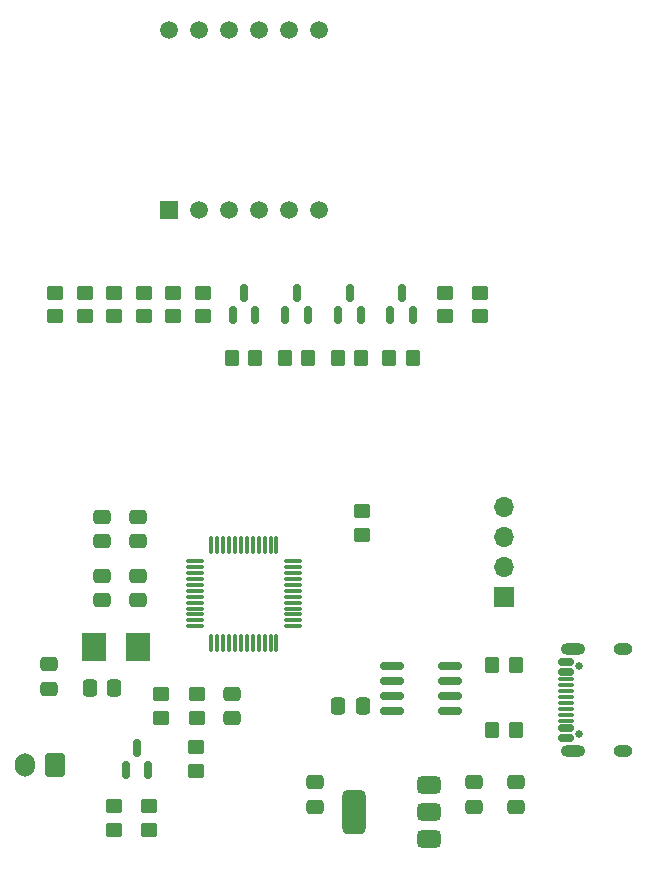
<source format=gbr>
%TF.GenerationSoftware,KiCad,Pcbnew,8.0.3*%
%TF.CreationDate,2024-07-19T12:36:33+08:00*%
%TF.ProjectId,NTC,4e54432e-6b69-4636-9164-5f7063625858,rev?*%
%TF.SameCoordinates,Original*%
%TF.FileFunction,Soldermask,Top*%
%TF.FilePolarity,Negative*%
%FSLAX45Y45*%
G04 Gerber Fmt 4.5, Leading zero omitted, Abs format (unit mm)*
G04 Created by KiCad (PCBNEW 8.0.3) date 2024-07-19 12:36:33*
%MOMM*%
%LPD*%
G01*
G04 APERTURE LIST*
G04 Aperture macros list*
%AMRoundRect*
0 Rectangle with rounded corners*
0 $1 Rounding radius*
0 $2 $3 $4 $5 $6 $7 $8 $9 X,Y pos of 4 corners*
0 Add a 4 corners polygon primitive as box body*
4,1,4,$2,$3,$4,$5,$6,$7,$8,$9,$2,$3,0*
0 Add four circle primitives for the rounded corners*
1,1,$1+$1,$2,$3*
1,1,$1+$1,$4,$5*
1,1,$1+$1,$6,$7*
1,1,$1+$1,$8,$9*
0 Add four rect primitives between the rounded corners*
20,1,$1+$1,$2,$3,$4,$5,0*
20,1,$1+$1,$4,$5,$6,$7,0*
20,1,$1+$1,$6,$7,$8,$9,0*
20,1,$1+$1,$8,$9,$2,$3,0*%
G04 Aperture macros list end*
%ADD10RoundRect,0.250000X-0.475000X0.337500X-0.475000X-0.337500X0.475000X-0.337500X0.475000X0.337500X0*%
%ADD11RoundRect,0.250000X0.450000X-0.350000X0.450000X0.350000X-0.450000X0.350000X-0.450000X-0.350000X0*%
%ADD12RoundRect,0.250000X0.475000X-0.337500X0.475000X0.337500X-0.475000X0.337500X-0.475000X-0.337500X0*%
%ADD13R,1.700000X1.700000*%
%ADD14O,1.700000X1.700000*%
%ADD15RoundRect,0.150000X0.150000X-0.587500X0.150000X0.587500X-0.150000X0.587500X-0.150000X-0.587500X0*%
%ADD16RoundRect,0.250000X0.350000X0.450000X-0.350000X0.450000X-0.350000X-0.450000X0.350000X-0.450000X0*%
%ADD17R,1.500000X1.500000*%
%ADD18C,1.500000*%
%ADD19RoundRect,0.150000X0.825000X0.150000X-0.825000X0.150000X-0.825000X-0.150000X0.825000X-0.150000X0*%
%ADD20C,0.650000*%
%ADD21RoundRect,0.150000X0.500000X-0.150000X0.500000X0.150000X-0.500000X0.150000X-0.500000X-0.150000X0*%
%ADD22RoundRect,0.075000X0.575000X-0.075000X0.575000X0.075000X-0.575000X0.075000X-0.575000X-0.075000X0*%
%ADD23O,2.100000X1.000000*%
%ADD24O,1.600000X1.000000*%
%ADD25RoundRect,0.375000X0.625000X0.375000X-0.625000X0.375000X-0.625000X-0.375000X0.625000X-0.375000X0*%
%ADD26RoundRect,0.500000X0.500000X1.400000X-0.500000X1.400000X-0.500000X-1.400000X0.500000X-1.400000X0*%
%ADD27RoundRect,0.250000X0.337500X0.475000X-0.337500X0.475000X-0.337500X-0.475000X0.337500X-0.475000X0*%
%ADD28RoundRect,0.250000X0.600000X0.750000X-0.600000X0.750000X-0.600000X-0.750000X0.600000X-0.750000X0*%
%ADD29O,1.700000X2.000000*%
%ADD30RoundRect,0.075000X-0.662500X-0.075000X0.662500X-0.075000X0.662500X0.075000X-0.662500X0.075000X0*%
%ADD31RoundRect,0.075000X-0.075000X-0.662500X0.075000X-0.662500X0.075000X0.662500X-0.075000X0.662500X0*%
%ADD32R,2.000000X2.400000*%
G04 APERTURE END LIST*
D10*
%TO.C,C6*%
X14100000Y-10296250D03*
X14100000Y-10503750D03*
%TD*%
D11*
%TO.C,R6*%
X14595000Y-11950000D03*
X14595000Y-11750000D03*
%TD*%
D10*
%TO.C,C10*%
X16950000Y-12046250D03*
X16950000Y-12253750D03*
%TD*%
D12*
%TO.C,C4*%
X13800000Y-10003750D03*
X13800000Y-9796250D03*
%TD*%
D13*
%TO.C,J1*%
X17200000Y-10480000D03*
D14*
X17200000Y-10226000D03*
X17200000Y-9972000D03*
X17200000Y-9718000D03*
%TD*%
D15*
%TO.C,Q3*%
X15350000Y-8093750D03*
X15540000Y-8093750D03*
X15445000Y-7906250D03*
%TD*%
%TO.C,Q2*%
X15800000Y-8093750D03*
X15990000Y-8093750D03*
X15895000Y-7906250D03*
%TD*%
D12*
%TO.C,C9*%
X15600000Y-12253750D03*
X15600000Y-12046250D03*
%TD*%
D11*
%TO.C,R15*%
X13900000Y-8100000D03*
X13900000Y-7900000D03*
%TD*%
D16*
%TO.C,R17*%
X16430000Y-8456250D03*
X16230000Y-8456250D03*
%TD*%
D17*
%TO.C,U2*%
X14365000Y-7197750D03*
D18*
X14619000Y-7197750D03*
X14873000Y-7197750D03*
X15127000Y-7197750D03*
X15381000Y-7197750D03*
X15635000Y-7197750D03*
X15635000Y-5673750D03*
X15381000Y-5673750D03*
X15127000Y-5673750D03*
X14873000Y-5673750D03*
X14619000Y-5673750D03*
X14365000Y-5673750D03*
%TD*%
D11*
%TO.C,R5*%
X14200000Y-12450000D03*
X14200000Y-12250000D03*
%TD*%
%TO.C,R12*%
X14650000Y-8100000D03*
X14650000Y-7900000D03*
%TD*%
D16*
%TO.C,R20*%
X15095000Y-8456250D03*
X14895000Y-8456250D03*
%TD*%
D10*
%TO.C,C11*%
X17300000Y-12046250D03*
X17300000Y-12253750D03*
%TD*%
D16*
%TO.C,R18*%
X15995000Y-8456250D03*
X15795000Y-8456250D03*
%TD*%
D11*
%TO.C,R9*%
X13400000Y-8100000D03*
X13400000Y-7900000D03*
%TD*%
%TO.C,R1*%
X14600000Y-11500000D03*
X14600000Y-11300000D03*
%TD*%
D16*
%TO.C,R7*%
X17300000Y-11600000D03*
X17100000Y-11600000D03*
%TD*%
D19*
%TO.C,U4*%
X16747500Y-11440500D03*
X16747500Y-11313500D03*
X16747500Y-11186500D03*
X16747500Y-11059500D03*
X16252500Y-11059500D03*
X16252500Y-11186500D03*
X16252500Y-11313500D03*
X16252500Y-11440500D03*
%TD*%
D10*
%TO.C,C7*%
X13800000Y-10296250D03*
X13800000Y-10503750D03*
%TD*%
D15*
%TO.C,Q1*%
X16240000Y-8093750D03*
X16430000Y-8093750D03*
X16335000Y-7906250D03*
%TD*%
D20*
%TO.C,J3*%
X17839500Y-11639000D03*
X17839500Y-11061000D03*
D21*
X17725500Y-11670000D03*
X17725500Y-11590000D03*
D22*
X17725500Y-11475000D03*
X17725500Y-11375000D03*
X17725500Y-11325000D03*
X17725500Y-11225000D03*
D21*
X17725500Y-11110000D03*
X17725500Y-11030000D03*
X17725500Y-11030000D03*
X17725500Y-11110000D03*
D22*
X17725500Y-11175000D03*
X17725500Y-11275000D03*
X17725500Y-11425000D03*
X17725500Y-11525000D03*
D21*
X17725500Y-11590000D03*
X17725500Y-11670000D03*
D23*
X17789500Y-11782000D03*
D24*
X18207500Y-11782000D03*
D23*
X17789500Y-10918000D03*
D24*
X18207500Y-10918000D03*
%TD*%
D25*
%TO.C,U3*%
X16565000Y-12530000D03*
X16565000Y-12300000D03*
D26*
X15935000Y-12300000D03*
D25*
X16565000Y-12070000D03*
%TD*%
D11*
%TO.C,R14*%
X14150000Y-8100000D03*
X14150000Y-7900000D03*
%TD*%
%TO.C,R13*%
X14400000Y-8100000D03*
X14400000Y-7900000D03*
%TD*%
D16*
%TO.C,R8*%
X17300000Y-11050000D03*
X17100000Y-11050000D03*
%TD*%
D27*
%TO.C,C1*%
X13903750Y-11250000D03*
X13696250Y-11250000D03*
%TD*%
D28*
%TO.C,J2*%
X13400000Y-11900000D03*
D29*
X13150000Y-11900000D03*
%TD*%
D10*
%TO.C,C3*%
X14900000Y-11296250D03*
X14900000Y-11503750D03*
%TD*%
D11*
%TO.C,R4*%
X13900000Y-12450000D03*
X13900000Y-12250000D03*
%TD*%
%TO.C,R16*%
X13650000Y-8100000D03*
X13650000Y-7900000D03*
%TD*%
%TO.C,R10*%
X17000000Y-8100000D03*
X17000000Y-7900000D03*
%TD*%
%TO.C,R3*%
X16000000Y-9950000D03*
X16000000Y-9750000D03*
%TD*%
D30*
%TO.C,U1*%
X14583750Y-10175000D03*
X14583750Y-10225000D03*
X14583750Y-10275000D03*
X14583750Y-10325000D03*
X14583750Y-10375000D03*
X14583750Y-10425000D03*
X14583750Y-10475000D03*
X14583750Y-10525000D03*
X14583750Y-10575000D03*
X14583750Y-10625000D03*
X14583750Y-10675000D03*
X14583750Y-10725000D03*
D31*
X14725000Y-10866250D03*
X14775000Y-10866250D03*
X14825000Y-10866250D03*
X14875000Y-10866250D03*
X14925000Y-10866250D03*
X14975000Y-10866250D03*
X15025000Y-10866250D03*
X15075000Y-10866250D03*
X15125000Y-10866250D03*
X15175000Y-10866250D03*
X15225000Y-10866250D03*
X15275000Y-10866250D03*
D30*
X15416250Y-10725000D03*
X15416250Y-10675000D03*
X15416250Y-10625000D03*
X15416250Y-10575000D03*
X15416250Y-10525000D03*
X15416250Y-10475000D03*
X15416250Y-10425000D03*
X15416250Y-10375000D03*
X15416250Y-10325000D03*
X15416250Y-10275000D03*
X15416250Y-10225000D03*
X15416250Y-10175000D03*
D31*
X15275000Y-10033750D03*
X15225000Y-10033750D03*
X15175000Y-10033750D03*
X15125000Y-10033750D03*
X15075000Y-10033750D03*
X15025000Y-10033750D03*
X14975000Y-10033750D03*
X14925000Y-10033750D03*
X14875000Y-10033750D03*
X14825000Y-10033750D03*
X14775000Y-10033750D03*
X14725000Y-10033750D03*
%TD*%
D11*
%TO.C,R2*%
X14300000Y-11500000D03*
X14300000Y-11300000D03*
%TD*%
%TO.C,R11*%
X16700000Y-8100000D03*
X16700000Y-7900000D03*
%TD*%
D27*
%TO.C,C8*%
X16003750Y-11400000D03*
X15796250Y-11400000D03*
%TD*%
D16*
%TO.C,R19*%
X15545000Y-8456250D03*
X15345000Y-8456250D03*
%TD*%
D15*
%TO.C,U5*%
X14000000Y-11943750D03*
X14190000Y-11943750D03*
X14095000Y-11756250D03*
%TD*%
%TO.C,Q4*%
X14905000Y-8093750D03*
X15095000Y-8093750D03*
X15000000Y-7906250D03*
%TD*%
D10*
%TO.C,C2*%
X13350000Y-11046250D03*
X13350000Y-11253750D03*
%TD*%
D12*
%TO.C,C5*%
X14100000Y-10003750D03*
X14100000Y-9796250D03*
%TD*%
D32*
%TO.C,Y1*%
X13730000Y-10900000D03*
X14100000Y-10900000D03*
%TD*%
M02*

</source>
